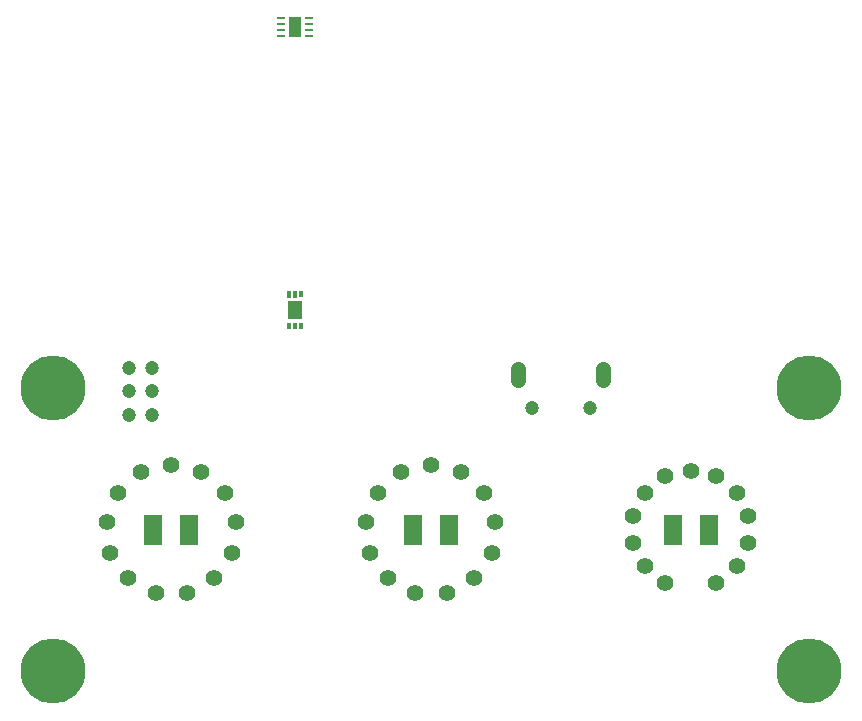
<source format=gts>
G04 Layer: TopSolderMaskLayer*
G04 EasyEDA v6.4.5, 2020-08-30T10:48:13+03:00*
G04 413a31d708cc4da382682e4194c4ac02,19ad15c176e44a5d96a851d9d78d95a1,10*
G04 Gerber Generator version 0.2*
G04 Scale: 100 percent, Rotated: No, Reflected: No *
G04 Dimensions in millimeters *
G04 leading zeros omitted , absolute positions ,3 integer and 3 decimal *
%FSLAX33Y33*%
%MOMM*%
G90*
G71D02*

%ADD15R,1.499997X2.599995*%
%ADD16R,0.350520X0.599440*%
%ADD17R,0.299720X0.599440*%
%ADD19R,0.999998X1.699997*%
%ADD20R,0.699999X0.250012*%
%ADD21C,1.199998*%
%ADD22C,5.499989*%
%ADD23C,1.399997*%
%ADD24C,1.299997*%

%LPD*%
G54D24*
G01X49600Y27657D02*
G01X49600Y28557D01*
G01X42400Y27657D02*
G01X42400Y28557D01*
G54D21*
G01X9400Y28700D03*
G01X9400Y26700D03*
G01X9400Y24700D03*
G01X11400Y24700D03*
G01X11400Y26700D03*
G01X11400Y28700D03*
G54D22*
G01X67000Y26999D03*
G01X67000Y3000D03*
G01X2999Y3000D03*
G01X2999Y26999D03*
G54D15*
G01X14505Y14996D03*
G01X11505Y14996D03*
G01X36504Y14996D03*
G01X33504Y14996D03*
G01X58498Y14996D03*
G01X55498Y14996D03*
G54D21*
G01X43589Y25307D03*
G01X48430Y25307D03*
G54D16*
G01X24020Y34935D03*
G36*
G01X23649Y35235D02*
G01X23649Y34635D01*
G01X23350Y34635D01*
G01X23350Y35235D01*
G01X23649Y35235D01*
G37*
G36*
G01X23149Y35235D02*
G01X23149Y34635D01*
G01X22849Y34635D01*
G01X22849Y35235D01*
G01X23149Y35235D01*
G37*
G54D17*
G01X24000Y32234D03*
G01X23499Y32234D03*
G01X22999Y32234D03*
G36*
G01X22909Y34335D02*
G01X24109Y34335D01*
G01X24109Y32835D01*
G01X22909Y32835D01*
G01X22909Y34335D01*
G37*
G54D19*
G01X23513Y57565D03*
G54D20*
G01X24700Y56800D03*
G01X24700Y57300D03*
G01X24700Y57800D03*
G01X24700Y58300D03*
G01X22300Y56800D03*
G01X22300Y57300D03*
G01X22300Y57800D03*
G01X22300Y58300D03*
G54D23*
G01X57000Y20000D03*
G01X54830Y19504D03*
G01X53091Y18117D03*
G01X52125Y16112D03*
G01X52125Y13887D03*
G01X53091Y11882D03*
G01X54830Y10495D03*
G01X59169Y10495D03*
G01X60909Y11882D03*
G01X61874Y13887D03*
G01X61874Y16112D03*
G01X60909Y18117D03*
G01X59169Y19504D03*
G01X12999Y20499D03*
G01X10443Y19869D03*
G01X8473Y18124D03*
G01X7539Y15662D03*
G01X7857Y13049D03*
G01X9352Y10883D03*
G01X11683Y9659D03*
G01X14316Y9659D03*
G01X16647Y10883D03*
G01X18142Y13049D03*
G01X18459Y15662D03*
G01X17526Y18124D03*
G01X15555Y19869D03*
G01X34999Y20499D03*
G01X32443Y19869D03*
G01X30473Y18124D03*
G01X29539Y15662D03*
G01X29857Y13049D03*
G01X31352Y10883D03*
G01X33683Y9659D03*
G01X36316Y9659D03*
G01X38647Y10883D03*
G01X40142Y13049D03*
G01X40459Y15662D03*
G01X39526Y18124D03*
G01X37555Y19869D03*
M00*
M02*

</source>
